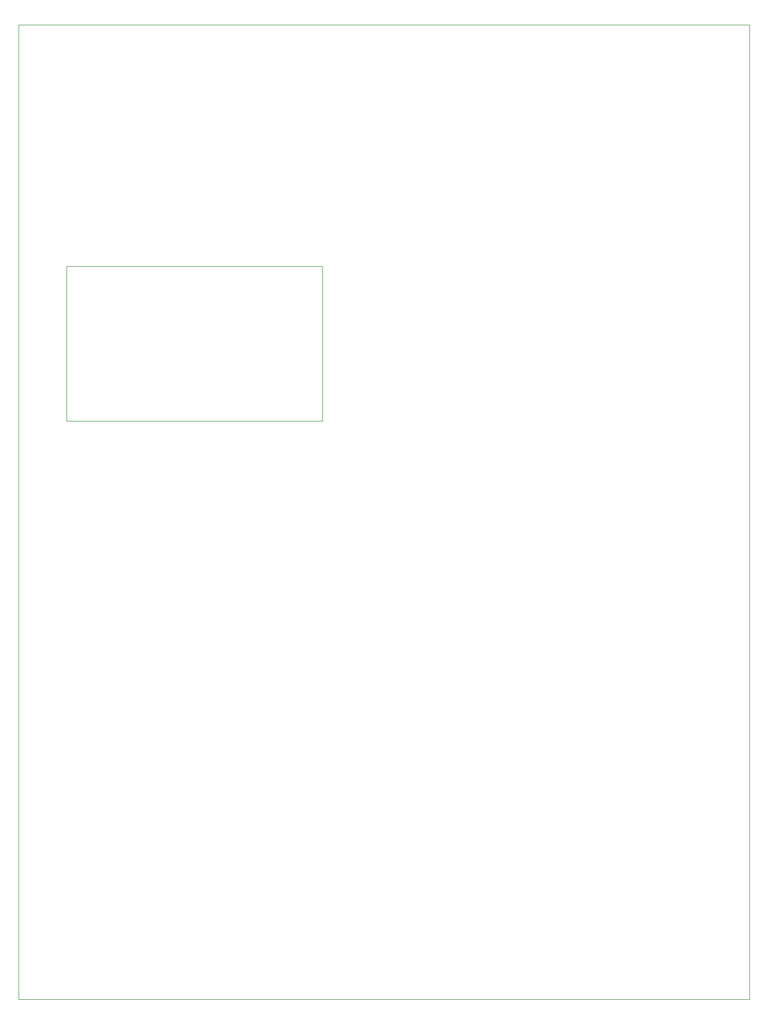
<source format=gbr>
G04 #@! TF.GenerationSoftware,KiCad,Pcbnew,(5.1.9)-1*
G04 #@! TF.CreationDate,2022-01-10T11:00:18-07:00*
G04 #@! TF.ProjectId,RP2040_minimal,52503230-3430-45f6-9d69-6e696d616c2e,REV1*
G04 #@! TF.SameCoordinates,Original*
G04 #@! TF.FileFunction,Profile,NP*
%FSLAX46Y46*%
G04 Gerber Fmt 4.6, Leading zero omitted, Abs format (unit mm)*
G04 Created by KiCad (PCBNEW (5.1.9)-1) date 2022-01-10 11:00:18*
%MOMM*%
%LPD*%
G01*
G04 APERTURE LIST*
G04 #@! TA.AperFunction,Profile*
%ADD10C,0.050000*%
G04 #@! TD*
G04 APERTURE END LIST*
D10*
X65000000Y-95600000D02*
X23000000Y-95600000D01*
X65000000Y-121000000D02*
X65000000Y-95600000D01*
X23000000Y-121000000D02*
X23000000Y-95600000D01*
X65000000Y-121000000D02*
X23000000Y-121000000D01*
X15070000Y-55910000D02*
X135070000Y-55910000D01*
X15070000Y-215910000D02*
X15070000Y-55910000D01*
X135070000Y-215910000D02*
X15070000Y-215910000D01*
X135070000Y-215910000D02*
X135070000Y-55910000D01*
M02*

</source>
